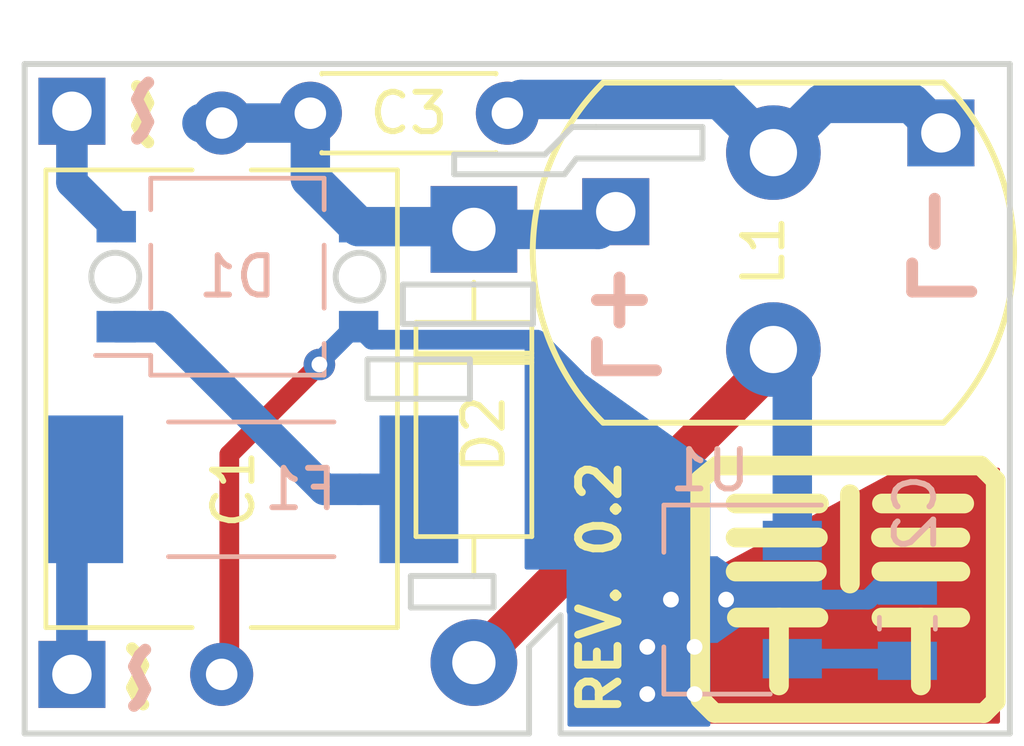
<source format=kicad_pcb>
(kicad_pcb (version 20171130) (host pcbnew 5.0.0-rc1-44a33f2~62~ubuntu16.04.1)

  (general
    (thickness 1.6)
    (drawings 38)
    (tracks 55)
    (zones 0)
    (modules 13)
    (nets 9)
  )

  (page A4)
  (layers
    (0 F.Cu signal)
    (31 B.Cu signal)
    (32 B.Adhes user)
    (33 F.Adhes user)
    (34 B.Paste user)
    (35 F.Paste user)
    (36 B.SilkS user)
    (37 F.SilkS user)
    (38 B.Mask user)
    (39 F.Mask user)
    (40 Dwgs.User user)
    (41 Cmts.User user)
    (42 Eco1.User user)
    (43 Eco2.User user)
    (44 Edge.Cuts user)
    (45 Margin user)
    (46 B.CrtYd user hide)
    (47 F.CrtYd user hide)
    (48 B.Fab user hide)
    (49 F.Fab user hide)
  )

  (setup
    (last_trace_width 0.35)
    (trace_clearance 0.3)
    (zone_clearance 0.1)
    (zone_45_only yes)
    (trace_min 0.2)
    (segment_width 0.2)
    (edge_width 0.15)
    (via_size 0.8)
    (via_drill 0.4)
    (via_min_size 0.4)
    (via_min_drill 0.3)
    (uvia_size 0.3)
    (uvia_drill 0.1)
    (uvias_allowed no)
    (uvia_min_size 0.2)
    (uvia_min_drill 0.1)
    (pcb_text_width 0.3)
    (pcb_text_size 1.5 1.5)
    (mod_edge_width 0.15)
    (mod_text_size 1 1)
    (mod_text_width 0.15)
    (pad_size 1.524 1.524)
    (pad_drill 0.762)
    (pad_to_mask_clearance 0.2)
    (aux_axis_origin 0 0)
    (visible_elements FFFFFF7F)
    (pcbplotparams
      (layerselection 0x010fc_ffffffff)
      (usegerberextensions true)
      (usegerberattributes false)
      (usegerberadvancedattributes false)
      (creategerberjobfile false)
      (excludeedgelayer true)
      (linewidth 0.100000)
      (plotframeref false)
      (viasonmask false)
      (mode 1)
      (useauxorigin false)
      (hpglpennumber 1)
      (hpglpenspeed 20)
      (hpglpendiameter 15)
      (psnegative false)
      (psa4output false)
      (plotreference true)
      (plotvalue true)
      (plotinvisibletext false)
      (padsonsilk false)
      (subtractmaskfromsilk true)
      (outputformat 1)
      (mirror false)
      (drillshape 0)
      (scaleselection 1)
      (outputdirectory gerber/))
  )

  (net 0 "")
  (net 1 "Net-(C1-Pad1)")
  (net 2 GND)
  (net 3 "Net-(C2-Pad2)")
  (net 4 "Net-(C3-Pad2)")
  (net 5 "Net-(D1-Pad1)")
  (net 6 "Net-(D1-Pad2)")
  (net 7 "Net-(D2-Pad2)")
  (net 8 "Net-(F1-Pad2)")

  (net_class Default "This is the default net class."
    (clearance 0.3)
    (trace_width 0.35)
    (via_dia 0.8)
    (via_drill 0.4)
    (uvia_dia 0.3)
    (uvia_drill 0.1)
    (add_net GND)
    (add_net "Net-(C1-Pad1)")
    (add_net "Net-(C2-Pad2)")
    (add_net "Net-(C3-Pad2)")
    (add_net "Net-(D1-Pad1)")
    (add_net "Net-(D1-Pad2)")
    (add_net "Net-(D2-Pad2)")
    (add_net "Net-(F1-Pad2)")
  )

  (module Connector_PinHeader_2.54mm:PinHeader_1x01_P2.54mm_Vertical (layer F.Cu) (tedit 5AB1D74C) (tstamp 5ABEFFFA)
    (at 173.25 81.75)
    (descr "Through hole straight pin header, 1x01, 2.54mm pitch, single row")
    (tags "Through hole pin header THT 1x01 2.54mm single row")
    (path /5AB12783)
    (fp_text reference J4 (at -0.25 2.5) (layer F.SilkS) hide
      (effects (font (size 1 1) (thickness 0.15)))
    )
    (fp_text value LED- (at -0.25 3.5 90) (layer F.SilkS) hide
      (effects (font (size 1 1) (thickness 0.15)))
    )
    (fp_text user %R (at 0 0 90) (layer F.Fab)
      (effects (font (size 1 1) (thickness 0.15)))
    )
    (fp_line (start 1.8 -1.8) (end -1.8 -1.8) (layer F.CrtYd) (width 0.05))
    (fp_line (start 1.8 1.8) (end 1.8 -1.8) (layer F.CrtYd) (width 0.05))
    (fp_line (start -1.8 1.8) (end 1.8 1.8) (layer F.CrtYd) (width 0.05))
    (fp_line (start -1.8 -1.8) (end -1.8 1.8) (layer F.CrtYd) (width 0.05))
    (fp_line (start -1.27 -0.635) (end -0.635 -1.27) (layer F.Fab) (width 0.1))
    (fp_line (start -1.27 1.27) (end -1.27 -0.635) (layer F.Fab) (width 0.1))
    (fp_line (start 1.27 1.27) (end -1.27 1.27) (layer F.Fab) (width 0.1))
    (fp_line (start 1.27 -1.27) (end 1.27 1.27) (layer F.Fab) (width 0.1))
    (fp_line (start -0.635 -1.27) (end 1.27 -1.27) (layer F.Fab) (width 0.1))
    (pad 1 thru_hole rect (at 0 0) (size 1.7 1.7) (drill 1) (layers *.Cu *.Mask)
      (net 4 "Net-(C3-Pad2)"))
  )

  (module Connector_PinHeader_2.54mm:PinHeader_1x01_P2.54mm_Vertical (layer F.Cu) (tedit 5AB1D72B) (tstamp 5ABEFFE5)
    (at 165 83.75)
    (descr "Through hole straight pin header, 1x01, 2.54mm pitch, single row")
    (tags "Through hole pin header THT 1x01 2.54mm single row")
    (path /5AB126E3)
    (fp_text reference J3 (at 0 -2.33) (layer F.SilkS) hide
      (effects (font (size 1 1) (thickness 0.15)))
    )
    (fp_text value LED+ (at 0 2.33) (layer F.Fab)
      (effects (font (size 1 1) (thickness 0.15)))
    )
    (fp_line (start -0.635 -1.27) (end 1.27 -1.27) (layer F.Fab) (width 0.1))
    (fp_line (start 1.27 -1.27) (end 1.27 1.27) (layer F.Fab) (width 0.1))
    (fp_line (start 1.27 1.27) (end -1.27 1.27) (layer F.Fab) (width 0.1))
    (fp_line (start -1.27 1.27) (end -1.27 -0.635) (layer F.Fab) (width 0.1))
    (fp_line (start -1.27 -0.635) (end -0.635 -1.27) (layer F.Fab) (width 0.1))
    (fp_line (start -1.8 -1.8) (end -1.8 1.8) (layer F.CrtYd) (width 0.05))
    (fp_line (start -1.8 1.8) (end 1.8 1.8) (layer F.CrtYd) (width 0.05))
    (fp_line (start 1.8 1.8) (end 1.8 -1.8) (layer F.CrtYd) (width 0.05))
    (fp_line (start 1.8 -1.8) (end -1.8 -1.8) (layer F.CrtYd) (width 0.05))
    (fp_text user %R (at 0 0 90) (layer F.Fab)
      (effects (font (size 1 1) (thickness 0.15)))
    )
    (pad 1 thru_hole rect (at 0 0) (size 1.7 1.7) (drill 1) (layers *.Cu *.Mask)
      (net 1 "Net-(C1-Pad1)"))
  )

  (module Inductor_THT:L_Radial_D12.0mm_P5.00mm_Neosid_SD12k_style2 (layer F.Cu) (tedit 5AB1D5A9) (tstamp 5ABF0007)
    (at 169 82.25 270)
    (descr "L, Radial series, Radial, pin pitch=5.00mm, , diameter=12.0mm, Neosid, SD12k, style2, http://www.neosid.de/produktblaetter/neosid_Festinduktivitaet_Sd12k.pdf")
    (tags "L Radial series Radial pin pitch 5.00mm  diameter 12.0mm Neosid SD12k style2")
    (path /5AB11651)
    (fp_text reference L1 (at 2.5 0.25 270) (layer F.SilkS)
      (effects (font (size 1 1) (thickness 0.15)))
    )
    (fp_text value 39mH (at 2.5 7.06 270) (layer F.Fab)
      (effects (font (size 1 1) (thickness 0.15)))
    )
    (fp_text user %R (at 2.5 0 270) (layer F.Fab)
      (effects (font (size 1 1) (thickness 0.15)))
    )
    (fp_line (start -3.85 -6.35) (end -3.85 6.35) (layer F.CrtYd) (width 0.05))
    (fp_line (start -3.85 6.35) (end 8.85 6.35) (layer F.CrtYd) (width 0.05))
    (fp_line (start 8.85 6.35) (end 8.85 -6.35) (layer F.CrtYd) (width 0.05))
    (fp_line (start 8.85 -6.35) (end -3.85 -6.35) (layer F.CrtYd) (width 0.05))
    (fp_circle (center 2.5 0) (end 8.5 0) (layer F.Fab) (width 0.1))
    (fp_line (start -1.778 -4.318) (end -1.778 4.318) (layer F.SilkS) (width 0.15))
    (fp_arc (start 2.54 0) (end -1.778 4.318) (angle -90) (layer F.SilkS) (width 0.15))
    (fp_arc (start 2.54 0) (end 6.858 -4.318) (angle -90) (layer F.SilkS) (width 0.15))
    (fp_line (start 6.858 -4.318) (end 6.858 4.318) (layer F.SilkS) (width 0.15))
    (pad 1 thru_hole circle (at 0 0 270) (size 2.4 2.4) (drill 1.2) (layers *.Cu *.Mask)
      (net 4 "Net-(C3-Pad2)"))
    (pad 2 thru_hole circle (at 5 0 270) (size 2.4 2.4) (drill 1.2) (layers *.Cu *.Mask)
      (net 7 "Net-(D2-Pad2)"))
    (model ${KISYS3DMOD}/Inductor_THT.3dshapes/L_Radial_D12.0mm_P5.00mm_Neosid_SD12k_style2.wrl
      (at (xyz 0 0 0))
      (scale (xyz 1 1 1))
      (rotate (xyz 0 0 0))
    )
  )

  (module Diode_THT:D_DO-41_SOD81_P10.16mm_Horizontal (layer F.Cu) (tedit 5AB12670) (tstamp 5AC7F76E)
    (at 161.4 84.2 270)
    (descr "D, DO-41_SOD81 series, Axial, Horizontal, pin pitch=10.16mm, , length*diameter=5.2*2.7mm^2, , http://www.diodes.com/_files/packages/DO-41%20(Plastic).pdf")
    (tags "D DO-41_SOD81 series Axial Horizontal pin pitch 10.16mm  length 5.2mm diameter 2.7mm")
    (path /5AB11778)
    (fp_text reference D2 (at 5.2 -0.25 270) (layer F.SilkS)
      (effects (font (size 1 1) (thickness 0.15)))
    )
    (fp_text value MUR160 (at 5.08 2.47 270) (layer F.Fab)
      (effects (font (size 1 1) (thickness 0.15)))
    )
    (fp_text user %R (at 5.47 0 270) (layer F.Fab)
      (effects (font (size 1 1) (thickness 0.15)))
    )
    (fp_line (start 11.55 -1.75) (end -1.35 -1.75) (layer F.CrtYd) (width 0.05))
    (fp_line (start 11.55 1.75) (end 11.55 -1.75) (layer F.CrtYd) (width 0.05))
    (fp_line (start -1.35 1.75) (end 11.55 1.75) (layer F.CrtYd) (width 0.05))
    (fp_line (start -1.35 -1.75) (end -1.35 1.75) (layer F.CrtYd) (width 0.05))
    (fp_line (start 3.14 -1.47) (end 3.14 1.47) (layer F.SilkS) (width 0.12))
    (fp_line (start 3.38 -1.47) (end 3.38 1.47) (layer F.SilkS) (width 0.12))
    (fp_line (start 3.26 -1.47) (end 3.26 1.47) (layer F.SilkS) (width 0.12))
    (fp_line (start 8.82 0) (end 7.8 0) (layer F.SilkS) (width 0.12))
    (fp_line (start 1.34 0) (end 2.36 0) (layer F.SilkS) (width 0.12))
    (fp_line (start 7.8 -1.47) (end 2.36 -1.47) (layer F.SilkS) (width 0.12))
    (fp_line (start 7.8 1.47) (end 7.8 -1.47) (layer F.SilkS) (width 0.12))
    (fp_line (start 2.36 1.47) (end 7.8 1.47) (layer F.SilkS) (width 0.12))
    (fp_line (start 2.36 -1.47) (end 2.36 1.47) (layer F.SilkS) (width 0.12))
    (fp_line (start 3.16 -1.35) (end 3.16 1.35) (layer F.Fab) (width 0.1))
    (fp_line (start 3.36 -1.35) (end 3.36 1.35) (layer F.Fab) (width 0.1))
    (fp_line (start 3.26 -1.35) (end 3.26 1.35) (layer F.Fab) (width 0.1))
    (fp_line (start 10.16 0) (end 7.68 0) (layer F.Fab) (width 0.1))
    (fp_line (start 0 0) (end 2.48 0) (layer F.Fab) (width 0.1))
    (fp_line (start 7.68 -1.35) (end 2.48 -1.35) (layer F.Fab) (width 0.1))
    (fp_line (start 7.68 1.35) (end 7.68 -1.35) (layer F.Fab) (width 0.1))
    (fp_line (start 2.48 1.35) (end 7.68 1.35) (layer F.Fab) (width 0.1))
    (fp_line (start 2.48 -1.35) (end 2.48 1.35) (layer F.Fab) (width 0.1))
    (pad 2 thru_hole oval (at 11 0 270) (size 2.2 2.2) (drill 1.1) (layers *.Cu *.Mask)
      (net 7 "Net-(D2-Pad2)"))
    (pad 1 thru_hole rect (at 0 0 270) (size 2.2 2.2) (drill 1.1) (layers *.Cu *.Mask)
      (net 1 "Net-(C1-Pad1)"))
    (model ${KISYS3DMOD}/Diode_THT.3dshapes/D_DO-41_SOD81_P10.16mm_Horizontal.wrl
      (at (xyz 0 0 0))
      (scale (xyz 1 1 1))
      (rotate (xyz 0 0 0))
    )
  )

  (module Capacitor_THT:C_Rect_L11.5mm_W8.8mm_P10.00mm_MKT (layer F.Cu) (tedit 5AB11D41) (tstamp 5AC80129)
    (at 155 83.5 270)
    (descr "C, Rect series, Radial, pin pitch=10.00mm, length*width=11.5*8.8mm^2, Capacitor, https://en.tdk.eu/inf/20/20/db/fc_2009/MKT_B32560_564.pdf")
    (tags "C Rect series Radial pin pitch 10.00mm  length 11.5mm width 8.8mm Capacitor")
    (path /5AB108A3)
    (fp_text reference C1 (at 7.3 -0.3 90) (layer F.SilkS)
      (effects (font (size 1 1) (thickness 0.15)))
    )
    (fp_text value 100n/400Vdc (at 5 5.71 270) (layer F.Fab)
      (effects (font (size 1 1) (thickness 0.15)))
    )
    (fp_line (start -0.75 -4.4) (end -0.75 4.4) (layer F.Fab) (width 0.1))
    (fp_line (start -0.75 4.4) (end 10.75 4.4) (layer F.Fab) (width 0.1))
    (fp_line (start 10.75 4.4) (end 10.75 -4.4) (layer F.Fab) (width 0.1))
    (fp_line (start 10.75 -4.4) (end -0.75 -4.4) (layer F.Fab) (width 0.1))
    (fp_line (start -0.81 -4.46) (end 10.81 -4.46) (layer F.SilkS) (width 0.12))
    (fp_line (start -0.81 4.46) (end 10.81 4.46) (layer F.SilkS) (width 0.12))
    (fp_line (start -0.81 -4.46) (end -0.81 -0.75) (layer F.SilkS) (width 0.12))
    (fp_line (start -0.81 0.75) (end -0.81 4.46) (layer F.SilkS) (width 0.12))
    (fp_line (start 10.81 -4.46) (end 10.81 -0.75) (layer F.SilkS) (width 0.12))
    (fp_line (start 10.81 0.75) (end 10.81 4.46) (layer F.SilkS) (width 0.12))
    (fp_line (start -1.1 -4.75) (end -1.1 4.75) (layer F.CrtYd) (width 0.05))
    (fp_line (start -1.1 4.75) (end 11.1 4.75) (layer F.CrtYd) (width 0.05))
    (fp_line (start 11.1 4.75) (end 11.1 -4.75) (layer F.CrtYd) (width 0.05))
    (fp_line (start 11.1 -4.75) (end -1.1 -4.75) (layer F.CrtYd) (width 0.05))
    (fp_text user %R (at 5 0 270) (layer F.Fab)
      (effects (font (size 1 1) (thickness 0.15)))
    )
    (pad 1 thru_hole circle (at -2 0 270) (size 1.6 1.6) (drill 0.8) (layers *.Cu *.Mask)
      (net 1 "Net-(C1-Pad1)"))
    (pad 2 thru_hole circle (at 12 0 270) (size 1.6 1.6) (drill 0.8) (layers *.Cu *.Mask)
      (net 2 GND))
    (model ${KISYS3DMOD}/Capacitor_THT.3dshapes/C_Rect_L11.5mm_W8.8mm_P10.00mm_MKT.wrl
      (at (xyz 0 0 0))
      (scale (xyz 1 1 1))
      (rotate (xyz 0 0 0))
    )
  )

  (module Connector_PinHeader_2.54mm:PinHeader_1x01_P2.54mm_Vertical (layer F.Cu) (tedit 5AB11CAC) (tstamp 5AB1D3F3)
    (at 151.2 81.2)
    (descr "Through hole straight pin header, 1x01, 2.54mm pitch, single row")
    (tags "Through hole pin header THT 1x01 2.54mm single row")
    (path /5AB12411)
    (fp_text reference J1 (at 2 0) (layer F.SilkS) hide
      (effects (font (size 1 1) (thickness 0.15)))
    )
    (fp_text value AC_IN (at 0 2.33) (layer F.Fab)
      (effects (font (size 1 1) (thickness 0.15)))
    )
    (fp_line (start -0.635 -1.27) (end 1.27 -1.27) (layer F.Fab) (width 0.1))
    (fp_line (start 1.27 -1.27) (end 1.27 1.27) (layer F.Fab) (width 0.1))
    (fp_line (start 1.27 1.27) (end -1.27 1.27) (layer F.Fab) (width 0.1))
    (fp_line (start -1.27 1.27) (end -1.27 -0.635) (layer F.Fab) (width 0.1))
    (fp_line (start -1.27 -0.635) (end -0.635 -1.27) (layer F.Fab) (width 0.1))
    (fp_line (start -1.8 -1.8) (end -1.8 1.8) (layer F.CrtYd) (width 0.05))
    (fp_line (start -1.8 1.8) (end 1.8 1.8) (layer F.CrtYd) (width 0.05))
    (fp_line (start 1.8 1.8) (end 1.8 -1.8) (layer F.CrtYd) (width 0.05))
    (fp_line (start 1.8 -1.8) (end -1.8 -1.8) (layer F.CrtYd) (width 0.05))
    (fp_text user %R (at 0 0 90) (layer F.Fab)
      (effects (font (size 1 1) (thickness 0.15)))
    )
    (pad 1 thru_hole rect (at 0 0) (size 1.7 1.7) (drill 1) (layers *.Cu *.Mask)
      (net 6 "Net-(D1-Pad2)"))
  )

  (module Connector_PinHeader_2.54mm:PinHeader_1x01_P2.54mm_Vertical (layer F.Cu) (tedit 5AB11C8F) (tstamp 5AC7FDC7)
    (at 151.2 95.5)
    (descr "Through hole straight pin header, 1x01, 2.54mm pitch, single row")
    (tags "Through hole pin header THT 1x01 2.54mm single row")
    (path /5AB126AD)
    (fp_text reference J2 (at 2 0) (layer F.SilkS) hide
      (effects (font (size 1 1) (thickness 0.15)))
    )
    (fp_text value AC_IN (at 0 2.33) (layer F.Fab)
      (effects (font (size 1 1) (thickness 0.15)))
    )
    (fp_text user %R (at 0 0 90) (layer F.Fab)
      (effects (font (size 1 1) (thickness 0.15)))
    )
    (fp_line (start 1.8 -1.8) (end -1.8 -1.8) (layer F.CrtYd) (width 0.05))
    (fp_line (start 1.8 1.8) (end 1.8 -1.8) (layer F.CrtYd) (width 0.05))
    (fp_line (start -1.8 1.8) (end 1.8 1.8) (layer F.CrtYd) (width 0.05))
    (fp_line (start -1.8 -1.8) (end -1.8 1.8) (layer F.CrtYd) (width 0.05))
    (fp_line (start -1.27 -0.635) (end -0.635 -1.27) (layer F.Fab) (width 0.1))
    (fp_line (start -1.27 1.27) (end -1.27 -0.635) (layer F.Fab) (width 0.1))
    (fp_line (start 1.27 -1.27) (end 1.27 1.27) (layer F.Fab) (width 0.1))
    (fp_line (start -0.635 -1.27) (end 1.27 -1.27) (layer F.Fab) (width 0.1))
    (pad 1 thru_hole rect (at 0 0) (size 1.7 1.7) (drill 1) (layers *.Cu *.Mask)
      (net 8 "Net-(F1-Pad2)"))
  )

  (module Resistor_SMD:R_2512_6332Metric (layer B.Cu) (tedit 5AB11A36) (tstamp 5AC7F500)
    (at 157 90.8 180)
    (descr "Resistor SMD 2512 (6332 Metric), square (rectangular) end terminal, IPC_7351 nominal, (Body size source: http://www.tortai-tech.com/upload/download/2011102023233369053.pdf), generated with kicad-footprint-generator")
    (tags resistor)
    (path /5AB105A8)
    (attr smd)
    (fp_text reference F1 (at 0 0 180) (layer B.SilkS)
      (effects (font (size 1 1) (thickness 0.15)) (justify mirror))
    )
    (fp_text value 0.5A (at 0 -2.85 180) (layer B.Fab)
      (effects (font (size 1 1) (thickness 0.15)) (justify mirror))
    )
    (fp_line (start -3.15 -1.6) (end -3.15 1.6) (layer B.Fab) (width 0.1))
    (fp_line (start -1.9 1.6) (end 4.4 1.6) (layer B.Fab) (width 0.1))
    (fp_line (start 4.4 1.6) (end 4.4 -1.6) (layer B.Fab) (width 0.1))
    (fp_line (start 4.4 -1.6) (end -1.9 -1.6) (layer B.Fab) (width 0.1))
    (fp_line (start -0.85 1.71) (end 3.35 1.71) (layer B.SilkS) (width 0.12))
    (fp_line (start -0.85 -1.71) (end 3.35 -1.71) (layer B.SilkS) (width 0.12))
    (fp_line (start -2.59 -1.95) (end -2.59 1.95) (layer B.CrtYd) (width 0.05))
    (fp_line (start -2.59 1.95) (end 5.09 1.95) (layer B.CrtYd) (width 0.05))
    (fp_line (start 5.09 1.95) (end 5.09 -1.95) (layer B.CrtYd) (width 0.05))
    (fp_line (start 5.09 -1.95) (end -2.59 -1.95) (layer B.CrtYd) (width 0.05))
    (fp_text user %R (at 0 0 180) (layer B.Fab)
      (effects (font (size 1 1) (thickness 0.15)) (justify mirror))
    )
    (pad 1 smd rect (at -3.005 0 180) (size 2 3.75) (layers B.Cu B.Paste B.Mask)
      (net 5 "Net-(D1-Pad1)"))
    (pad 2 smd rect (at 5.5 0 180) (size 2 3.75) (layers B.Cu B.Paste B.Mask)
      (net 8 "Net-(F1-Pad2)"))
    (model ${KISYS3DMOD}/Resistor_SMD.3dshapes/R_2512_6332Metric.wrl
      (at (xyz 0 0 0))
      (scale (xyz 1 1 1))
      (rotate (xyz 0 0 0))
    )
  )

  (module Capacitor_SMD:C_0805_2012Metric (layer B.Cu) (tedit 59FE48B8) (tstamp 5ABF0342)
    (at 172.4 94.2 270)
    (descr "Capacitor SMD 0805 (2012 Metric), square (rectangular) end terminal, IPC_7351 nominal, (Body size source: http://www.tortai-tech.com/upload/download/2011102023233369053.pdf), generated with kicad-footprint-generator")
    (tags capacitor)
    (path /5AB11181)
    (attr smd)
    (fp_text reference C2 (at -2.8 -0.2 270) (layer B.SilkS)
      (effects (font (size 1 1) (thickness 0.15)) (justify mirror))
    )
    (fp_text value 0.1u (at 0 -1.85 270) (layer B.Fab)
      (effects (font (size 1 1) (thickness 0.15)) (justify mirror))
    )
    (fp_line (start -1 -0.6) (end -1 0.6) (layer B.Fab) (width 0.1))
    (fp_line (start -1 0.6) (end 1 0.6) (layer B.Fab) (width 0.1))
    (fp_line (start 1 0.6) (end 1 -0.6) (layer B.Fab) (width 0.1))
    (fp_line (start 1 -0.6) (end -1 -0.6) (layer B.Fab) (width 0.1))
    (fp_line (start -0.15 0.71) (end 0.15 0.71) (layer B.SilkS) (width 0.12))
    (fp_line (start -0.15 -0.71) (end 0.15 -0.71) (layer B.SilkS) (width 0.12))
    (fp_line (start -1.69 -1) (end -1.69 1) (layer B.CrtYd) (width 0.05))
    (fp_line (start -1.69 1) (end 1.69 1) (layer B.CrtYd) (width 0.05))
    (fp_line (start 1.69 1) (end 1.69 -1) (layer B.CrtYd) (width 0.05))
    (fp_line (start 1.69 -1) (end -1.69 -1) (layer B.CrtYd) (width 0.05))
    (fp_text user %R (at 0 0 270) (layer B.Fab)
      (effects (font (size 0.5 0.5) (thickness 0.08)) (justify mirror))
    )
    (pad 1 smd rect (at -0.955 0 270) (size 0.97 1.5) (layers B.Cu B.Paste B.Mask)
      (net 2 GND))
    (pad 2 smd rect (at 0.955 0 270) (size 0.97 1.5) (layers B.Cu B.Paste B.Mask)
      (net 3 "Net-(C2-Pad2)"))
    (model ${KISYS3DMOD}/Capacitor_SMD.3dshapes/C_0805_2012Metric.wrl
      (at (xyz 0 0 0))
      (scale (xyz 1 1 1))
      (rotate (xyz 0 0 0))
    )
  )

  (module Package_TO_SOT_SMD:TO-269AA (layer B.Cu) (tedit 5A4F6848) (tstamp 5AB1D460)
    (at 155.4 85.4)
    (descr "SMD package TO-269AA (e.g. diode bridge), see http://www.vishay.com/docs/88854/padlayouts.pdf")
    (tags "TO-269AA MBS diode bridge")
    (path /5AB0FC3F)
    (attr smd)
    (fp_text reference D1 (at 0 0) (layer B.SilkS)
      (effects (font (size 1 1) (thickness 0.15)) (justify mirror))
    )
    (fp_text value MB10S (at 0 -3.5) (layer B.Fab)
      (effects (font (size 1 1) (thickness 0.15)) (justify mirror))
    )
    (fp_line (start -2.2 2.5) (end -2.2 2) (layer B.SilkS) (width 0.12))
    (fp_line (start -2.2 2) (end -3.6 2) (layer B.SilkS) (width 0.12))
    (fp_text user %R (at 0 0.065) (layer B.Fab)
      (effects (font (size 1 1) (thickness 0.15)) (justify mirror))
    )
    (fp_line (start 2.2 0.8) (end 2.2 -0.8) (layer B.SilkS) (width 0.12))
    (fp_line (start -2.2 0.8) (end -2.2 -0.8) (layer B.SilkS) (width 0.12))
    (fp_line (start 2.2 1.7) (end 2.2 2.5) (layer B.SilkS) (width 0.12))
    (fp_line (start 2.2 2.5) (end -2.2 2.5) (layer B.SilkS) (width 0.12))
    (fp_line (start 2.2 -1.7) (end 2.2 -2.5) (layer B.SilkS) (width 0.12))
    (fp_line (start 2.2 -2.5) (end -2.2 -2.5) (layer B.SilkS) (width 0.12))
    (fp_line (start -2.2 -2.5) (end -2.2 -1.7) (layer B.SilkS) (width 0.12))
    (fp_line (start 2.05 2.4) (end 2.05 -2.4) (layer B.Fab) (width 0.12))
    (fp_line (start 2.05 -2.4) (end -2.05 -2.4) (layer B.Fab) (width 0.12))
    (fp_line (start -2.05 -2.4) (end -2.05 1.7) (layer B.Fab) (width 0.12))
    (fp_line (start -2.05 1.7) (end -1.35 2.4) (layer B.Fab) (width 0.12))
    (fp_line (start -1.35 2.4) (end 2.05 2.4) (layer B.Fab) (width 0.12))
    (fp_line (start -3.82 2.65) (end 3.83 2.65) (layer B.CrtYd) (width 0.05))
    (fp_line (start -3.82 2.65) (end -3.82 -2.65) (layer B.CrtYd) (width 0.05))
    (fp_line (start 3.83 -2.65) (end 3.83 2.65) (layer B.CrtYd) (width 0.05))
    (fp_line (start 3.83 -2.65) (end -3.82 -2.65) (layer B.CrtYd) (width 0.05))
    (pad 1 smd rect (at -3.075 1.27) (size 1 0.8) (layers B.Cu B.Paste B.Mask)
      (net 5 "Net-(D1-Pad1)"))
    (pad 2 smd rect (at -3.075 -1.27) (size 1 0.8) (layers B.Cu B.Paste B.Mask)
      (net 6 "Net-(D1-Pad2)"))
    (pad 3 smd rect (at 3.075 -1.27) (size 1 0.8) (layers B.Cu B.Paste B.Mask)
      (net 1 "Net-(C1-Pad1)"))
    (pad 4 smd rect (at 3.075 1.27) (size 1 0.8) (layers B.Cu B.Paste B.Mask)
      (net 2 GND))
    (model ${KISYS3DMOD}/Package_TO_SOT_SMD.3dshapes/TO-269AA.wrl
      (at (xyz 0 0 0))
      (scale (xyz 1 1 1))
      (rotate (xyz 0 0 0))
    )
  )

  (module Package_TO_SOT_SMD:SOT-89-3 (layer B.Cu) (tedit 5A02FF57) (tstamp 5ABF0032)
    (at 168 93.6 180)
    (descr SOT-89-3)
    (tags SOT-89-3)
    (path /5AB106EF)
    (attr smd)
    (fp_text reference U1 (at 0.614 3.2776) (layer B.SilkS)
      (effects (font (size 1 1) (thickness 0.15)) (justify mirror))
    )
    (fp_text value HV9922N8-G (at 0.45 -3.25 180) (layer B.Fab)
      (effects (font (size 1 1) (thickness 0.15)) (justify mirror))
    )
    (fp_text user %R (at 0.38 0 90) (layer B.Fab)
      (effects (font (size 0.6 0.6) (thickness 0.09)) (justify mirror))
    )
    (fp_line (start 1.78 -1.2) (end 1.78 -2.4) (layer B.SilkS) (width 0.12))
    (fp_line (start 1.78 -2.4) (end -0.92 -2.4) (layer B.SilkS) (width 0.12))
    (fp_line (start -2.22 2.4) (end 1.78 2.4) (layer B.SilkS) (width 0.12))
    (fp_line (start 1.78 2.4) (end 1.78 1.2) (layer B.SilkS) (width 0.12))
    (fp_line (start -0.92 1.51) (end -0.13 2.3) (layer B.Fab) (width 0.1))
    (fp_line (start 1.68 2.3) (end 1.68 -2.3) (layer B.Fab) (width 0.1))
    (fp_line (start 1.68 -2.3) (end -0.92 -2.3) (layer B.Fab) (width 0.1))
    (fp_line (start -0.92 -2.3) (end -0.92 1.51) (layer B.Fab) (width 0.1))
    (fp_line (start -0.13 2.3) (end 1.68 2.3) (layer B.Fab) (width 0.1))
    (fp_line (start 3.23 2.55) (end 3.23 -2.55) (layer B.CrtYd) (width 0.05))
    (fp_line (start 3.23 2.55) (end -2.48 2.55) (layer B.CrtYd) (width 0.05))
    (fp_line (start -2.48 -2.55) (end 3.23 -2.55) (layer B.CrtYd) (width 0.05))
    (fp_line (start -2.48 -2.55) (end -2.48 2.55) (layer B.CrtYd) (width 0.05))
    (pad 2 smd trapezoid (at 2.667 0 270) (size 1.6 0.85) (rect_delta 0 -0.6 ) (layers B.Cu B.Paste B.Mask)
      (net 2 GND))
    (pad 1 smd rect (at -1.48 1.5 270) (size 1 1.5) (layers B.Cu B.Paste B.Mask)
      (net 7 "Net-(D2-Pad2)"))
    (pad 2 smd rect (at -1.3335 0 270) (size 1 1.8) (layers B.Cu B.Paste B.Mask)
      (net 2 GND))
    (pad 3 smd rect (at -1.48 -1.5 270) (size 1 1.5) (layers B.Cu B.Paste B.Mask)
      (net 3 "Net-(C2-Pad2)"))
    (pad 2 smd rect (at 1.3335 0 270) (size 2.2 1.84) (layers B.Cu B.Paste B.Mask)
      (net 2 GND))
    (pad 2 smd trapezoid (at -0.0762 0 90) (size 1.5 1) (rect_delta 0 -0.7 ) (layers B.Cu B.Paste B.Mask)
      (net 2 GND))
    (model ${KISYS3DMOD}/Package_TO_SOT_SMD.3dshapes/SOT-89-3.wrl
      (at (xyz 0 0 0))
      (scale (xyz 1 1 1))
      (rotate (xyz 0 0 0))
    )
  )

  (module Capacitor_THT:C_Disc_D4.3mm_W1.9mm_P5.00mm (layer F.Cu) (tedit 5A142A3B) (tstamp 5AC02A39)
    (at 157.25 81.25)
    (descr "C, Disc series, Radial, pin pitch=5.00mm, diameter*width=4.3*1.9mm^2, Capacitor, http://www.vishay.com/docs/45233/krseries.pdf")
    (tags "C Disc series Radial pin pitch 5.00mm  diameter 4.3mm width 1.9mm Capacitor")
    (path /5AB11861)
    (fp_text reference C3 (at 2.5 0) (layer F.SilkS)
      (effects (font (size 1 1) (thickness 0.15)))
    )
    (fp_text value 10n/100Vdc (at 2.5 2.26) (layer F.Fab)
      (effects (font (size 1 1) (thickness 0.15)))
    )
    (fp_line (start 0.35 -0.95) (end 0.35 0.95) (layer F.Fab) (width 0.1))
    (fp_line (start 0.35 0.95) (end 4.65 0.95) (layer F.Fab) (width 0.1))
    (fp_line (start 4.65 0.95) (end 4.65 -0.95) (layer F.Fab) (width 0.1))
    (fp_line (start 4.65 -0.95) (end 0.35 -0.95) (layer F.Fab) (width 0.1))
    (fp_line (start 0.29 -1.01) (end 4.71 -1.01) (layer F.SilkS) (width 0.12))
    (fp_line (start 0.29 1.01) (end 4.71 1.01) (layer F.SilkS) (width 0.12))
    (fp_line (start 0.29 -1.01) (end 0.29 -0.996) (layer F.SilkS) (width 0.12))
    (fp_line (start 0.29 0.996) (end 0.29 1.01) (layer F.SilkS) (width 0.12))
    (fp_line (start 4.71 -1.01) (end 4.71 -0.996) (layer F.SilkS) (width 0.12))
    (fp_line (start 4.71 0.996) (end 4.71 1.01) (layer F.SilkS) (width 0.12))
    (fp_line (start -1.05 -1.3) (end -1.05 1.3) (layer F.CrtYd) (width 0.05))
    (fp_line (start -1.05 1.3) (end 6.05 1.3) (layer F.CrtYd) (width 0.05))
    (fp_line (start 6.05 1.3) (end 6.05 -1.3) (layer F.CrtYd) (width 0.05))
    (fp_line (start 6.05 -1.3) (end -1.05 -1.3) (layer F.CrtYd) (width 0.05))
    (fp_text user %R (at 2.5 0) (layer F.Fab)
      (effects (font (size 1 1) (thickness 0.15)))
    )
    (pad 1 thru_hole circle (at 0 0) (size 1.6 1.6) (drill 0.8) (layers *.Cu *.Mask)
      (net 1 "Net-(C1-Pad1)"))
    (pad 2 thru_hole circle (at 5 0) (size 1.6 1.6) (drill 0.8) (layers *.Cu *.Mask)
      (net 4 "Net-(C3-Pad2)"))
    (model ${KISYS3DMOD}/Capacitor_THT.3dshapes/C_Disc_D4.3mm_W1.9mm_P5.00mm.wrl
      (at (xyz 0 0 0))
      (scale (xyz 1 1 1))
      (rotate (xyz 0 0 0))
    )
  )

  (module myfootprints.pretty:my_logo (layer F.Cu) (tedit 58739751) (tstamp 5AB1ECD9)
    (at 170.942 93.98)
    (attr virtual)
    (fp_text reference REF** (at 0.2032 -5.4864) (layer F.SilkS) hide
      (effects (font (size 1 1) (thickness 0.15)))
    )
    (fp_text value my_logo (at -0.0254 4.6482) (layer F.Fab) hide
      (effects (font (size 1 1) (thickness 0.15)))
    )
    (fp_line (start -0.7874 -2.8194) (end -0.7874 -2.8194) (layer F.SilkS) (width 0.15))
    (fp_line (start -2.900089 -2.8194) (end -0.7874 -2.8194) (layer F.SilkS) (width 0.5))
    (fp_line (start -3.8 -3.429) (end -3.3682 -3.7846) (layer F.SilkS) (width 0.5))
    (fp_line (start -3.300015 -3.7846) (end 3.300017 -3.7846) (layer F.SilkS) (width 0.5))
    (fp_line (start -3.8 2.100956) (end -3.8 -3.4036) (layer F.SilkS) (width 0.5))
    (fp_line (start -3.4444 2.5) (end -3.8 2.1444) (layer F.SilkS) (width 0.5))
    (fp_line (start 3.4 2.5) (end -3.4 2.5) (layer F.SilkS) (width 0.5))
    (fp_line (start 3.7 2.2) (end 3.3952 2.5048) (layer F.SilkS) (width 0.5))
    (fp_line (start 3.7 -3.4) (end 3.7 2.203646) (layer F.SilkS) (width 0.5))
    (fp_line (start 3.319 -3.7846) (end 3.7 -3.4036) (layer F.SilkS) (width 0.5))
    (fp_line (start -2.900745 -1.9558) (end -0.8128 -1.9558) (layer F.SilkS) (width 0.5))
    (fp_line (start -2.900014 -1.0922) (end -0.8382 -1.0922) (layer F.SilkS) (width 0.5))
    (fp_line (start 0.8128 -2.8194) (end 2.90009 -2.8194) (layer F.SilkS) (width 0.5))
    (fp_line (start 0.7874 -1.9558) (end 2.800773 -1.9558) (layer F.SilkS) (width 0.5))
    (fp_line (start 0.797879 -1.0922) (end 2.802084 -1.0922) (layer F.SilkS) (width 0.5))
    (fp_line (start 0 -0.7874) (end 0 -3.056) (layer F.SilkS) (width 0.5))
    (fp_line (start -0.799864 0.0762) (end -2.8686 0.0762) (layer F.SilkS) (width 0.5))
    (fp_line (start -1.8 0.0762) (end -1.8 1.8) (layer F.SilkS) (width 0.5))
    (fp_line (start 1.8 0.0762) (end 1.8 1.800019) (layer F.SilkS) (width 0.5))
    (fp_line (start 2.800141 0.0762) (end 0.799866 0.0762) (layer F.SilkS) (width 0.5))
  )

  (gr_text ~~ (at 152.8318 95.6564 90) (layer B.SilkS) (tstamp 5AB1EFFD)
    (effects (font (size 3 3) (thickness 0.3)) (justify mirror))
  )
  (gr_text ~~ (at 152.908 81.2038 90) (layer F.SilkS) (tstamp 5AB1EFF8)
    (effects (font (size 3 3) (thickness 0.3)))
  )
  (gr_text ~~ (at 152.781 95.4786 90) (layer F.SilkS) (tstamp 5AB1EFF4)
    (effects (font (size 3 3) (thickness 0.3)))
  )
  (gr_text ~~ (at 152.908 81.2546 90) (layer B.SilkS) (tstamp 5AB12627)
    (effects (font (size 3 3) (thickness 0.3)) (justify mirror))
  )
  (gr_line (start 163.6 97) (end 175 97) (layer Edge.Cuts) (width 0.15) (tstamp 5AB13821))
  (gr_line (start 162.8 97) (end 162.8 94.8) (layer Edge.Cuts) (width 0.15) (tstamp 5AB13808))
  (gr_line (start 162.8 94.8) (end 163.6 94) (layer Edge.Cuts) (width 0.15) (tstamp 5AB13807))
  (gr_line (start 163.6 94) (end 163.6 97) (layer Edge.Cuts) (width 0.15) (tstamp 5AB13806))
  (gr_line (start 161.9 93) (end 161.9 93.8) (layer Edge.Cuts) (width 0.15) (tstamp 5AB13738))
  (gr_line (start 159.8 93.8) (end 159.8 93) (layer Edge.Cuts) (width 0.15) (tstamp 5AB13737))
  (gr_line (start 159.8 93) (end 161.9 93) (layer Edge.Cuts) (width 0.15) (tstamp 5AB13736))
  (gr_line (start 161.9 93.8) (end 159.8 93.8) (layer Edge.Cuts) (width 0.15) (tstamp 5AB13735))
  (gr_text "REV. 0.2" (at 164.592 93.3 90) (layer F.SilkS) (tstamp 5AB136E7)
    (effects (font (size 1 1) (thickness 0.2)))
  )
  (gr_circle (center 158.5 85.4) (end 159.108276 85.4) (layer Edge.Cuts) (width 0.15) (tstamp 5AB13BBA))
  (gr_line (start 164 82.4) (end 163.7 82.8) (layer Edge.Cuts) (width 0.15))
  (gr_line (start 167.2 82.4) (end 164 82.4) (layer Edge.Cuts) (width 0.15))
  (gr_line (start 167.2 81.6) (end 167.2 82.4) (layer Edge.Cuts) (width 0.15))
  (gr_line (start 164.5 81.6) (end 167.2 81.6) (layer Edge.Cuts) (width 0.15))
  (gr_line (start 163.9 81.6) (end 164.5 81.6) (layer Edge.Cuts) (width 0.15))
  (gr_line (start 163.2 82.3) (end 163.9 81.6) (layer Edge.Cuts) (width 0.15))
  (gr_line (start 160.9 82.8) (end 160.9 82.3) (layer Edge.Cuts) (width 0.15) (tstamp 5AB135D8))
  (gr_line (start 160.9 82.3) (end 163.2 82.3) (layer Edge.Cuts) (width 0.15) (tstamp 5AB135D2))
  (gr_line (start 163.7 82.8) (end 160.9 82.8) (layer Edge.Cuts) (width 0.15) (tstamp 5AB135DB))
  (gr_line (start 162.9 86.6) (end 159.6 86.6) (layer Edge.Cuts) (width 0.15) (tstamp 5AB13BD6))
  (gr_line (start 159.6 85.6) (end 162.9 85.6) (layer Edge.Cuts) (width 0.15) (tstamp 5AB13BD5))
  (gr_line (start 159.6 86.6) (end 159.6 85.6) (layer Edge.Cuts) (width 0.15) (tstamp 5AB13BD4))
  (gr_line (start 162.9 85.6) (end 162.9 86.6) (layer Edge.Cuts) (width 0.15) (tstamp 5AB13BD3))
  (gr_line (start 158.7 88.5) (end 158.7 87.5) (layer Edge.Cuts) (width 0.15))
  (gr_line (start 161.3 88.5) (end 158.7 88.5) (layer Edge.Cuts) (width 0.15))
  (gr_line (start 161.3 87.5) (end 161.3 88.5) (layer Edge.Cuts) (width 0.15))
  (gr_line (start 158.7 87.5) (end 161.3 87.5) (layer Edge.Cuts) (width 0.15))
  (gr_circle (center 152.3 85.4) (end 152.908276 85.4) (layer Edge.Cuts) (width 0.15))
  (gr_text L- (at 173.2 84.6 270) (layer B.SilkS) (tstamp 5AC03657)
    (effects (font (size 1.5 1.5) (thickness 0.3)) (justify mirror))
  )
  (gr_text L+ (at 165.2 86.6 270) (layer B.SilkS) (tstamp 5AC0364F)
    (effects (font (size 1.5 1.5) (thickness 0.3)) (justify mirror))
  )
  (gr_line (start 175 97) (end 175 80) (layer Edge.Cuts) (width 0.15) (tstamp 5ABF025B))
  (gr_line (start 150 97) (end 150 80) (layer Edge.Cuts) (width 0.15))
  (gr_line (start 162.80039 97) (end 150 97) (layer Edge.Cuts) (width 0.15))
  (gr_line (start 150 80) (end 175 80) (layer Edge.Cuts) (width 0.15))

  (segment (start 155 95.5) (end 155.194 95.306) (width 0.5) (layer F.Cu) (net 2))
  (segment (start 155.194 95.306) (end 155.194 89.916) (width 0.5) (layer F.Cu) (net 2))
  (segment (start 157.48 87.63) (end 157.48 87.629988) (width 0.5) (layer F.Cu) (net 2))
  (segment (start 155.194 89.916) (end 157.48 87.63) (width 0.5) (layer F.Cu) (net 2))
  (segment (start 158.375 86.67) (end 157.475 87.57) (width 0.5) (layer B.Cu) (net 2))
  (segment (start 157.475 87.624988) (end 157.48 87.629988) (width 0.5) (layer B.Cu) (net 2))
  (segment (start 158.475 86.67) (end 158.375 86.67) (width 0.5) (layer B.Cu) (net 2))
  (segment (start 157.475 87.57) (end 157.475 87.624988) (width 0.5) (layer B.Cu) (net 2))
  (via (at 157.48 87.629988) (size 0.8) (drill 0.4) (layers F.Cu B.Cu) (net 2))
  (segment (start 164 88) (end 164 93.25) (width 0.5) (layer B.Cu) (net 2))
  (segment (start 164.35 93.6) (end 166.6665 93.6) (width 0.5) (layer B.Cu) (net 2))
  (segment (start 163 87) (end 164 88) (width 0.5) (layer B.Cu) (net 2))
  (segment (start 158.805 87) (end 163 87) (width 0.5) (layer B.Cu) (net 2))
  (segment (start 158.475 86.67) (end 158.805 87) (width 0.5) (layer B.Cu) (net 2))
  (segment (start 164 93.25) (end 164.35 93.6) (width 0.5) (layer B.Cu) (net 2))
  (via (at 166.4 93.6) (size 0.8) (drill 0.4) (layers F.Cu B.Cu) (net 2) (tstamp 5AB12526))
  (via (at 167 94.8) (size 0.8) (drill 0.4) (layers F.Cu B.Cu) (net 2) (tstamp 5AB1250B))
  (via (at 167 96) (size 0.8) (drill 0.4) (layers F.Cu B.Cu) (net 2) (tstamp 5AB1250A))
  (via (at 165.8 96) (size 0.8) (drill 0.4) (layers F.Cu B.Cu) (net 2) (tstamp 5AB12500))
  (via (at 165.8 94.8) (size 0.8) (drill 0.4) (layers F.Cu B.Cu) (net 2) (tstamp 5AB124FE))
  (via (at 167.8 93.6) (size 0.8) (drill 0.4) (layers F.Cu B.Cu) (net 2) (tstamp 5AB124F0))
  (segment (start 161.4 84.2) (end 164.55 84.2) (width 1) (layer B.Cu) (net 1))
  (segment (start 164.55 84.2) (end 165 83.75) (width 1) (layer B.Cu) (net 1))
  (segment (start 158.475 84.13) (end 161.33 84.13) (width 1) (layer B.Cu) (net 1))
  (segment (start 161.33 84.13) (end 161.4 84.2) (width 1) (layer B.Cu) (net 1))
  (segment (start 157.25 81.25) (end 157.25 82.905) (width 1) (layer B.Cu) (net 1))
  (segment (start 157.25 82.905) (end 158.475 84.13) (width 1) (layer B.Cu) (net 1))
  (segment (start 154.5 81.5) (end 157 81.5) (width 1) (layer B.Cu) (net 1))
  (segment (start 157 81.5) (end 157.25 81.25) (width 1) (layer B.Cu) (net 1))
  (segment (start 172.4 93.245) (end 171.755 93.245) (width 0.5) (layer B.Cu) (net 2))
  (segment (start 171.755 93.245) (end 171.4 93.6) (width 0.5) (layer B.Cu) (net 2))
  (segment (start 171.4 93.6) (end 169.3335 93.6) (width 0.5) (layer B.Cu) (net 2))
  (segment (start 169.3335 93.6) (end 168.0762 93.6) (width 0.5) (layer B.Cu) (net 2))
  (segment (start 166.6665 93.6) (end 165.333 93.6) (width 0.5) (layer B.Cu) (net 2))
  (segment (start 169.3335 93.6) (end 166.6665 93.6) (width 0.5) (layer B.Cu) (net 2))
  (segment (start 169.48 95.1) (end 172.345 95.1) (width 0.5) (layer B.Cu) (net 3))
  (segment (start 172.345 95.1) (end 172.4 95.155) (width 0.5) (layer B.Cu) (net 3))
  (segment (start 173.25 81.75) (end 172.5 81) (width 1) (layer B.Cu) (net 4))
  (segment (start 172.5 81) (end 170.25 81) (width 1) (layer B.Cu) (net 4))
  (segment (start 170.25 81) (end 169 82.25) (width 1) (layer B.Cu) (net 4))
  (segment (start 162.25 81.25) (end 162.6 80.9) (width 1) (layer B.Cu) (net 4))
  (segment (start 162.6 80.9) (end 167.65 80.9) (width 1) (layer B.Cu) (net 4))
  (segment (start 167.65 80.9) (end 169 82.25) (width 1) (layer B.Cu) (net 4))
  (segment (start 152.325 86.67) (end 153.472 86.67) (width 0.8) (layer B.Cu) (net 5))
  (segment (start 158.505 90.8) (end 160.005 90.8) (width 0.8) (layer B.Cu) (net 5))
  (segment (start 157.602 90.8) (end 158.505 90.8) (width 0.8) (layer B.Cu) (net 5))
  (segment (start 153.472 86.67) (end 157.602 90.8) (width 0.8) (layer B.Cu) (net 5))
  (segment (start 151.2 81.2) (end 151.2 83.005) (width 0.8) (layer B.Cu) (net 6))
  (segment (start 151.2 83.005) (end 152.325 84.13) (width 0.8) (layer B.Cu) (net 6))
  (segment (start 169.48 92.1) (end 169.48 87.73) (width 1) (layer B.Cu) (net 7))
  (segment (start 169.48 87.73) (end 169 87.25) (width 1) (layer B.Cu) (net 7))
  (segment (start 161.4 95.2) (end 169 87.6) (width 1) (layer F.Cu) (net 7))
  (segment (start 169 87.6) (end 169 87.25) (width 0.5) (layer F.Cu) (net 7))
  (segment (start 151.2 95.5) (end 151.2 91.1) (width 0.8) (layer B.Cu) (net 8))
  (segment (start 151.2 91.1) (end 151.5 90.8) (width 0.8) (layer B.Cu) (net 8))

  (zone (net 2) (net_name GND) (layer B.Cu) (tstamp 0) (hatch edge 0.508)
    (connect_pads yes (clearance 0.1))
    (min_thickness 0.1)
    (fill yes (arc_segments 32) (thermal_gap 0.1) (thermal_bridge_width 0.1))
    (polygon
      (pts
        (xy 163.7535 92.837) (xy 162.687 92.837) (xy 162.687 86.887162) (xy 162.844738 86.889099) (xy 167.4 90.142858)
        (xy 167.4 97) (xy 163.75 97)
      )
    )
    (filled_polygon
      (pts
        (xy 162.828439 86.938902) (xy 167.35 90.168589) (xy 167.35 96.775) (xy 163.825 96.775) (xy 163.825 94.011037)
        (xy 163.826087 94) (xy 163.825 93.988963) (xy 163.825 93.988953) (xy 163.821744 93.955892) (xy 163.808878 93.91348)
        (xy 163.802605 93.901744) (xy 163.8035 92.837042) (xy 163.802547 92.827287) (xy 163.79971 92.817905) (xy 163.795097 92.809256)
        (xy 163.788885 92.801674) (xy 163.781313 92.79545) (xy 163.772673 92.790822) (xy 163.763296 92.787969) (xy 163.7535 92.787)
        (xy 162.737 92.787) (xy 162.737 86.93778)
      )
    )
  )
  (zone (net 2) (net_name GND) (layer F.Cu) (tstamp 5AB12420) (hatch edge 0.508)
    (connect_pads yes (clearance 0.1))
    (min_thickness 0.1)
    (fill yes (arc_segments 32) (thermal_gap 0.1) (thermal_bridge_width 0.1))
    (polygon
      (pts
        (xy 174.75 96.75) (xy 165.321322 96.75) (xy 165.332007 93.974632) (xy 172.250724 90.25) (xy 174.75 90.25)
      )
    )
    (filled_polygon
      (pts
        (xy 174.7 96.7) (xy 165.371515 96.7) (xy 165.381893 94.004562) (xy 172.263328 90.3) (xy 174.7 90.3)
      )
    )
  )
)

</source>
